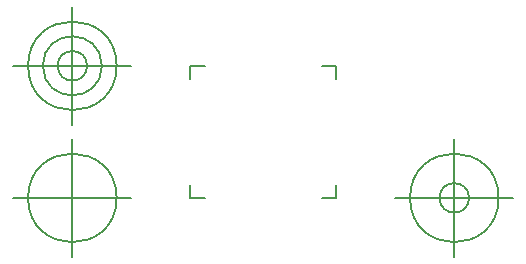
<source format=gbr>
G04 Generated by Ultiboard 11.0 *
%FSLAX25Y25*%
%MOIN*%

%ADD10C,0.00500*%


G04 ColorRGB 006666 for the following layer *
%LNPaste Mask Top*%
%LPD*%
%FSLAX25Y25*%
%MOIN*%
G54D10*
X-23292Y-13675D02*
X-23292Y-9272D01*
X-23292Y-13675D02*
X-18434Y-13675D01*
X25293Y-13675D02*
X20434Y-13675D01*
X25293Y-13675D02*
X25293Y-9272D01*
X25293Y30353D02*
X25293Y25950D01*
X25293Y30353D02*
X20434Y30353D01*
X-23292Y30353D02*
X-18434Y30353D01*
X-23292Y30353D02*
X-23292Y25950D01*
X-42978Y-13675D02*
X-82348Y-13675D01*
X-62663Y-33360D02*
X-62663Y6010D01*
X-77426Y-13675D02*
G75*
D01*
G02X-77426Y-13675I14764J0*
G01*
X44978Y-13675D02*
X84348Y-13675D01*
X64663Y-33360D02*
X64663Y6010D01*
X49899Y-13675D02*
G75*
D01*
G02X49899Y-13675I14764J0*
G01*
X59741Y-13675D02*
G75*
D01*
G02X59741Y-13675I4921J0*
G01*
X-42978Y30353D02*
X-82348Y30353D01*
X-62663Y10668D02*
X-62663Y50038D01*
X-77426Y30353D02*
G75*
D01*
G02X-77426Y30353I14764J0*
G01*
X-72505Y30353D02*
G75*
D01*
G02X-72505Y30353I9843J0*
G01*
X-67584Y30353D02*
G75*
D01*
G02X-67584Y30353I4921J0*
G01*

M00*

</source>
